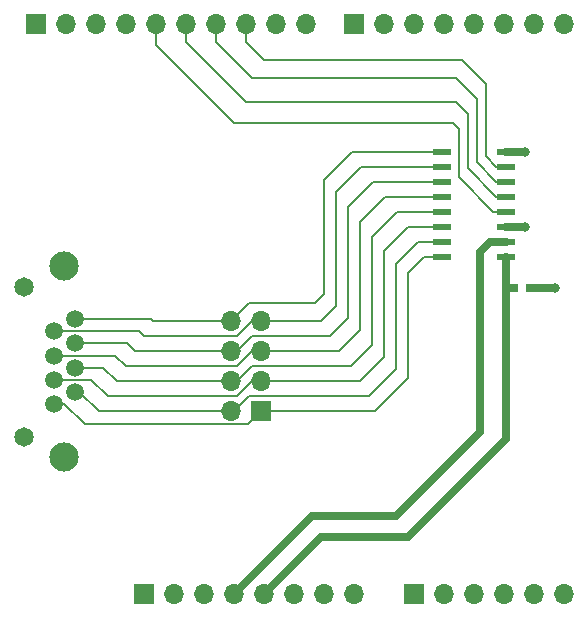
<source format=gbr>
%TF.GenerationSoftware,KiCad,Pcbnew,(5.1.6-0-10_14)*%
%TF.CreationDate,2022-12-08T17:46:00+09:00*%
%TF.ProjectId,MuxReadoutBoard,4d757852-6561-4646-9f75-74426f617264,rev?*%
%TF.SameCoordinates,Original*%
%TF.FileFunction,Copper,L2,Bot*%
%TF.FilePolarity,Positive*%
%FSLAX46Y46*%
G04 Gerber Fmt 4.6, Leading zero omitted, Abs format (unit mm)*
G04 Created by KiCad (PCBNEW (5.1.6-0-10_14)) date 2022-12-08 17:46:00*
%MOMM*%
%LPD*%
G01*
G04 APERTURE LIST*
%TA.AperFunction,SMDPad,CuDef*%
%ADD10R,1.200000X0.750000*%
%TD*%
%TA.AperFunction,ComponentPad*%
%ADD11C,2.475000*%
%TD*%
%TA.AperFunction,ComponentPad*%
%ADD12C,1.650000*%
%TD*%
%TA.AperFunction,ComponentPad*%
%ADD13C,1.509000*%
%TD*%
%TA.AperFunction,ComponentPad*%
%ADD14O,1.700000X1.700000*%
%TD*%
%TA.AperFunction,ComponentPad*%
%ADD15R,1.700000X1.700000*%
%TD*%
%TA.AperFunction,SMDPad,CuDef*%
%ADD16R,1.500000X0.600000*%
%TD*%
%TA.AperFunction,ViaPad*%
%ADD17C,0.800000*%
%TD*%
%TA.AperFunction,Conductor*%
%ADD18C,0.700000*%
%TD*%
%TA.AperFunction,Conductor*%
%ADD19C,0.200000*%
%TD*%
%TA.AperFunction,Conductor*%
%ADD20C,0.250000*%
%TD*%
G04 APERTURE END LIST*
D10*
%TO.P,C1,2*%
%TO.N,+5V*%
X160594000Y-123952000D03*
%TO.P,C1,1*%
%TO.N,GND*%
X162494000Y-123952000D03*
%TD*%
D11*
%TO.P,J1,MH4*%
%TO.N,N/C*%
X122810000Y-122071000D03*
%TO.P,J1,MH3*%
X122810000Y-138271000D03*
D12*
%TO.P,J1,MH2*%
X119380000Y-123821000D03*
%TO.P,J1,MH1*%
X119380000Y-136521000D03*
D13*
%TO.P,J1,8*%
%TO.N,Net-(J1-Pad8)*%
X123700000Y-126591000D03*
%TO.P,J1,7*%
%TO.N,Net-(J1-Pad7)*%
X121920000Y-127611000D03*
%TO.P,J1,6*%
%TO.N,Net-(J1-Pad6)*%
X123700000Y-128631000D03*
%TO.P,J1,5*%
%TO.N,Net-(J1-Pad5)*%
X121920000Y-129651000D03*
%TO.P,J1,4*%
%TO.N,Net-(J1-Pad4)*%
X123700000Y-130671000D03*
%TO.P,J1,3*%
%TO.N,Net-(J1-Pad3)*%
X121920000Y-131691000D03*
%TO.P,J1,2*%
%TO.N,Net-(J1-Pad2)*%
X123700000Y-132711000D03*
%TO.P,J1,1*%
%TO.N,Net-(J1-Pad1)*%
X121920000Y-133731000D03*
%TD*%
D14*
%TO.P,J5,8*%
%TO.N,Net-(J5-Pad8)*%
X147320000Y-149860000D03*
%TO.P,J5,7*%
%TO.N,GND*%
X144780000Y-149860000D03*
%TO.P,J5,6*%
X142240000Y-149860000D03*
%TO.P,J5,5*%
%TO.N,+5V*%
X139700000Y-149860000D03*
%TO.P,J5,4*%
%TO.N,+3V3*%
X137160000Y-149860000D03*
%TO.P,J5,3*%
%TO.N,Net-(J5-Pad3)*%
X134620000Y-149860000D03*
%TO.P,J5,2*%
%TO.N,Net-(J5-Pad2)*%
X132080000Y-149860000D03*
D15*
%TO.P,J5,1*%
%TO.N,Net-(J5-Pad1)*%
X129540000Y-149860000D03*
%TD*%
D16*
%TO.P,U1,16*%
%TO.N,+5V*%
X160180000Y-121285000D03*
%TO.P,U1,15*%
%TO.N,+3V3*%
X160180000Y-120015000D03*
%TO.P,U1,14*%
%TO.N,GND*%
X160180000Y-118745000D03*
%TO.P,U1,13*%
%TO.N,Net-(J3-Pad5)*%
X160180000Y-117475000D03*
%TO.P,U1,12*%
%TO.N,Net-(J3-Pad6)*%
X160180000Y-116205000D03*
%TO.P,U1,11*%
%TO.N,Net-(J3-Pad7)*%
X160180000Y-114935000D03*
%TO.P,U1,10*%
%TO.N,Net-(J3-Pad8)*%
X160180000Y-113665000D03*
%TO.P,U1,9*%
%TO.N,GND*%
X160180000Y-112395000D03*
%TO.P,U1,8*%
%TO.N,Net-(J1-Pad8)*%
X154780000Y-112395000D03*
%TO.P,U1,7*%
%TO.N,Net-(J1-Pad7)*%
X154780000Y-113665000D03*
%TO.P,U1,6*%
%TO.N,Net-(J1-Pad6)*%
X154780000Y-114935000D03*
%TO.P,U1,5*%
%TO.N,Net-(J1-Pad5)*%
X154780000Y-116205000D03*
%TO.P,U1,4*%
%TO.N,Net-(J1-Pad4)*%
X154780000Y-117475000D03*
%TO.P,U1,3*%
%TO.N,Net-(J1-Pad3)*%
X154780000Y-118745000D03*
%TO.P,U1,2*%
%TO.N,Net-(J1-Pad2)*%
X154780000Y-120015000D03*
%TO.P,U1,1*%
%TO.N,Net-(J1-Pad1)*%
X154780000Y-121285000D03*
%TD*%
D14*
%TO.P,J3,10*%
%TO.N,Net-(J3-Pad10)*%
X143256000Y-101600000D03*
%TO.P,J3,9*%
%TO.N,Net-(J3-Pad9)*%
X140716000Y-101600000D03*
%TO.P,J3,8*%
%TO.N,Net-(J3-Pad8)*%
X138176000Y-101600000D03*
%TO.P,J3,7*%
%TO.N,Net-(J3-Pad7)*%
X135636000Y-101600000D03*
%TO.P,J3,6*%
%TO.N,Net-(J3-Pad6)*%
X133096000Y-101600000D03*
%TO.P,J3,5*%
%TO.N,Net-(J3-Pad5)*%
X130556000Y-101600000D03*
%TO.P,J3,4*%
%TO.N,GND*%
X128016000Y-101600000D03*
%TO.P,J3,3*%
%TO.N,Net-(J3-Pad3)*%
X125476000Y-101600000D03*
%TO.P,J3,2*%
%TO.N,Net-(J3-Pad2)*%
X122936000Y-101600000D03*
D15*
%TO.P,J3,1*%
%TO.N,Net-(J3-Pad1)*%
X120396000Y-101600000D03*
%TD*%
D14*
%TO.P,J4,8*%
%TO.N,Net-(J4-Pad8)*%
X165100000Y-101600000D03*
%TO.P,J4,7*%
%TO.N,Net-(J4-Pad7)*%
X162560000Y-101600000D03*
%TO.P,J4,6*%
%TO.N,Net-(J4-Pad6)*%
X160020000Y-101600000D03*
%TO.P,J4,5*%
%TO.N,Net-(J4-Pad5)*%
X157480000Y-101600000D03*
%TO.P,J4,4*%
%TO.N,Net-(J4-Pad4)*%
X154940000Y-101600000D03*
%TO.P,J4,3*%
%TO.N,Net-(J4-Pad3)*%
X152400000Y-101600000D03*
%TO.P,J4,2*%
%TO.N,Net-(J4-Pad2)*%
X149860000Y-101600000D03*
D15*
%TO.P,J4,1*%
%TO.N,Net-(J4-Pad1)*%
X147320000Y-101600000D03*
%TD*%
D14*
%TO.P,J6,6*%
%TO.N,Net-(J6-Pad6)*%
X165100000Y-149860000D03*
%TO.P,J6,5*%
%TO.N,Net-(J6-Pad5)*%
X162560000Y-149860000D03*
%TO.P,J6,4*%
%TO.N,Net-(J6-Pad4)*%
X160020000Y-149860000D03*
%TO.P,J6,3*%
%TO.N,Net-(J6-Pad3)*%
X157480000Y-149860000D03*
%TO.P,J6,2*%
%TO.N,Net-(J6-Pad2)*%
X154940000Y-149860000D03*
D15*
%TO.P,J6,1*%
%TO.N,Net-(J6-Pad1)*%
X152400000Y-149860000D03*
%TD*%
D14*
%TO.P,J2,8*%
%TO.N,Net-(J1-Pad8)*%
X136906000Y-126746000D03*
%TO.P,J2,7*%
%TO.N,Net-(J1-Pad7)*%
X139446000Y-126746000D03*
%TO.P,J2,6*%
%TO.N,Net-(J1-Pad6)*%
X136906000Y-129286000D03*
%TO.P,J2,5*%
%TO.N,Net-(J1-Pad5)*%
X139446000Y-129286000D03*
%TO.P,J2,4*%
%TO.N,Net-(J1-Pad4)*%
X136906000Y-131826000D03*
%TO.P,J2,3*%
%TO.N,Net-(J1-Pad3)*%
X139446000Y-131826000D03*
%TO.P,J2,2*%
%TO.N,Net-(J1-Pad2)*%
X136906000Y-134366000D03*
D15*
%TO.P,J2,1*%
%TO.N,Net-(J1-Pad1)*%
X139446000Y-134366000D03*
%TD*%
D17*
%TO.N,GND*%
X161798000Y-112395000D03*
X161798000Y-118745000D03*
X164338000Y-123952000D03*
%TD*%
D18*
%TO.N,+5V*%
X151892000Y-145034000D02*
X144526000Y-145034000D01*
X144526000Y-145034000D02*
X139700000Y-149860000D01*
X151892000Y-145034000D02*
X160180000Y-136746000D01*
X160340000Y-123952000D02*
X160180000Y-124112000D01*
X160594000Y-123952000D02*
X160340000Y-123952000D01*
X160180000Y-124112000D02*
X160180000Y-136746000D01*
X160180000Y-121285000D02*
X160180000Y-124112000D01*
%TO.N,GND*%
X162494000Y-123952000D02*
X164338000Y-123952000D01*
X164338000Y-123952000D02*
X164338000Y-123952000D01*
X160180000Y-112395000D02*
X161798000Y-112395000D01*
X160180000Y-118745000D02*
X161798000Y-118745000D01*
D19*
%TO.N,Net-(J1-Pad8)*%
X123700000Y-126591000D02*
X130147000Y-126591000D01*
X130302000Y-126746000D02*
X136906000Y-126746000D01*
X130147000Y-126591000D02*
X130302000Y-126746000D01*
X144018000Y-125222000D02*
X138430000Y-125222000D01*
X144780000Y-124460000D02*
X144018000Y-125222000D01*
X144780000Y-114808000D02*
X144780000Y-124460000D01*
X138430000Y-125222000D02*
X136906000Y-126746000D01*
X147193000Y-112395000D02*
X144780000Y-114808000D01*
X154780000Y-112395000D02*
X147193000Y-112395000D01*
%TO.N,Net-(J1-Pad7)*%
X138684000Y-126746000D02*
X139446000Y-126746000D01*
X129540000Y-128016000D02*
X137414000Y-128016000D01*
X137414000Y-128016000D02*
X138684000Y-126746000D01*
X129135000Y-127611000D02*
X129540000Y-128016000D01*
X121920000Y-127611000D02*
X129135000Y-127611000D01*
X144526000Y-126746000D02*
X139446000Y-126746000D01*
X145796000Y-115824000D02*
X145796000Y-125476000D01*
X145796000Y-125476000D02*
X144526000Y-126746000D01*
X147955000Y-113665000D02*
X145796000Y-115824000D01*
X154780000Y-113665000D02*
X147955000Y-113665000D01*
%TO.N,Net-(J1-Pad6)*%
X123700000Y-128631000D02*
X128123000Y-128631000D01*
X128778000Y-129286000D02*
X136906000Y-129286000D01*
X128123000Y-128631000D02*
X128778000Y-129286000D01*
X137414000Y-129286000D02*
X136906000Y-129286000D01*
X145288000Y-128016000D02*
X138684000Y-128016000D01*
X138684000Y-128016000D02*
X137414000Y-129286000D01*
X146812000Y-126492000D02*
X145288000Y-128016000D01*
X154780000Y-114935000D02*
X148971000Y-114935000D01*
X146812000Y-117094000D02*
X146812000Y-126492000D01*
X148971000Y-114935000D02*
X146812000Y-117094000D01*
%TO.N,Net-(J1-Pad5)*%
X137414000Y-130556000D02*
X138684000Y-129286000D01*
X138684000Y-129286000D02*
X139446000Y-129286000D01*
X128016000Y-130556000D02*
X137414000Y-130556000D01*
X127111000Y-129651000D02*
X128016000Y-130556000D01*
X121920000Y-129651000D02*
X127111000Y-129651000D01*
X146050000Y-129286000D02*
X139446000Y-129286000D01*
X149987000Y-116205000D02*
X147828000Y-118364000D01*
X147828000Y-127508000D02*
X146050000Y-129286000D01*
X147828000Y-118364000D02*
X147828000Y-127508000D01*
X154780000Y-116205000D02*
X149987000Y-116205000D01*
%TO.N,Net-(J1-Pad4)*%
X127254000Y-131826000D02*
X136906000Y-131826000D01*
X126099000Y-130671000D02*
X127254000Y-131826000D01*
X123700000Y-130671000D02*
X126099000Y-130671000D01*
X148844000Y-119634000D02*
X151003000Y-117475000D01*
X147066000Y-130556000D02*
X148844000Y-128778000D01*
X148844000Y-128778000D02*
X148844000Y-119634000D01*
X138684000Y-130556000D02*
X147066000Y-130556000D01*
X151003000Y-117475000D02*
X154780000Y-117475000D01*
X137414000Y-131826000D02*
X138684000Y-130556000D01*
X136906000Y-131826000D02*
X137414000Y-131826000D01*
%TO.N,Net-(J1-Pad3)*%
X138684000Y-131826000D02*
X139446000Y-131826000D01*
X137414000Y-133096000D02*
X138684000Y-131826000D01*
X125087000Y-131691000D02*
X126492000Y-133096000D01*
X126492000Y-133096000D02*
X137414000Y-133096000D01*
X121920000Y-131691000D02*
X125087000Y-131691000D01*
X147828000Y-131826000D02*
X139446000Y-131826000D01*
X149860000Y-129794000D02*
X147828000Y-131826000D01*
X149860000Y-120777000D02*
X149860000Y-129794000D01*
X151892000Y-118745000D02*
X149860000Y-120777000D01*
X154780000Y-118745000D02*
X151892000Y-118745000D01*
D20*
%TO.N,Net-(J1-Pad2)*%
X136773000Y-134233000D02*
X136906000Y-134366000D01*
D19*
X125730000Y-134366000D02*
X136906000Y-134366000D01*
X124075000Y-132711000D02*
X125730000Y-134366000D01*
X123700000Y-132711000D02*
X124075000Y-132711000D01*
X138430000Y-133096000D02*
X137160000Y-134366000D01*
X148590000Y-133096000D02*
X138430000Y-133096000D01*
X150876000Y-121920000D02*
X150876000Y-130810000D01*
X152781000Y-120015000D02*
X150876000Y-121920000D01*
X137160000Y-134366000D02*
X136906000Y-134366000D01*
X150876000Y-130810000D02*
X148590000Y-133096000D01*
X154780000Y-120015000D02*
X152781000Y-120015000D01*
%TO.N,Net-(J1-Pad1)*%
X138343599Y-135468401D02*
X139446000Y-134366000D01*
X124546401Y-135468401D02*
X138343599Y-135468401D01*
X122809000Y-133731000D02*
X124546401Y-135468401D01*
X121920000Y-133731000D02*
X122809000Y-133731000D01*
X151892000Y-122673750D02*
X151892000Y-131572000D01*
X149098000Y-134366000D02*
X139446000Y-134366000D01*
X151892000Y-131572000D02*
X149098000Y-134366000D01*
X153280750Y-121285000D02*
X151892000Y-122673750D01*
X154780000Y-121285000D02*
X153280750Y-121285000D01*
%TO.N,Net-(J3-Pad8)*%
X159385000Y-113665000D02*
X160180000Y-113665000D01*
X158496000Y-112776000D02*
X159385000Y-113665000D01*
X156464000Y-104648000D02*
X158496000Y-106680000D01*
X158496000Y-106680000D02*
X158496000Y-112776000D01*
X139700000Y-104648000D02*
X156464000Y-104648000D01*
X138176000Y-103124000D02*
X139700000Y-104648000D01*
X138176000Y-101600000D02*
X138176000Y-103124000D01*
D18*
%TO.N,+3V3*%
X158877000Y-120015000D02*
X160180000Y-120015000D01*
X143764000Y-143256000D02*
X150876000Y-143256000D01*
X157988000Y-120904000D02*
X158877000Y-120015000D01*
X157988000Y-136144000D02*
X157988000Y-120904000D01*
X150876000Y-143256000D02*
X157988000Y-136144000D01*
X137160000Y-149860000D02*
X143764000Y-143256000D01*
D19*
%TO.N,Net-(J3-Pad7)*%
X155956000Y-106172000D02*
X157734000Y-107950000D01*
X157734000Y-107950000D02*
X157734000Y-113284000D01*
X159385000Y-114935000D02*
X160180000Y-114935000D01*
X157734000Y-113284000D02*
X159385000Y-114935000D01*
X155956000Y-106172000D02*
X138684000Y-106172000D01*
X138684000Y-106172000D02*
X135636000Y-103124000D01*
X135636000Y-103124000D02*
X135636000Y-101600000D01*
%TO.N,Net-(J3-Pad6)*%
X159385000Y-116205000D02*
X156972000Y-113792000D01*
X156972000Y-109220000D02*
X155956000Y-108204000D01*
X156972000Y-113792000D02*
X156972000Y-109220000D01*
X160180000Y-116205000D02*
X159385000Y-116205000D01*
X155956000Y-108204000D02*
X138176000Y-108204000D01*
X133096000Y-103124000D02*
X133096000Y-101600000D01*
X138176000Y-108204000D02*
X133096000Y-103124000D01*
%TO.N,Net-(J3-Pad5)*%
X159131000Y-117475000D02*
X160180000Y-117475000D01*
X156210000Y-114554000D02*
X159131000Y-117475000D01*
X155702000Y-109982000D02*
X156210000Y-110490000D01*
X156210000Y-110490000D02*
X156210000Y-114554000D01*
X137160000Y-109982000D02*
X155702000Y-109982000D01*
X130556000Y-102870000D02*
X130556000Y-102616000D01*
X130556000Y-101600000D02*
X130556000Y-102870000D01*
X130556000Y-102870000D02*
X130556000Y-103378000D01*
X130556000Y-103378000D02*
X131318000Y-104140000D01*
X131318000Y-104140000D02*
X137160000Y-109982000D01*
%TD*%
M02*

</source>
